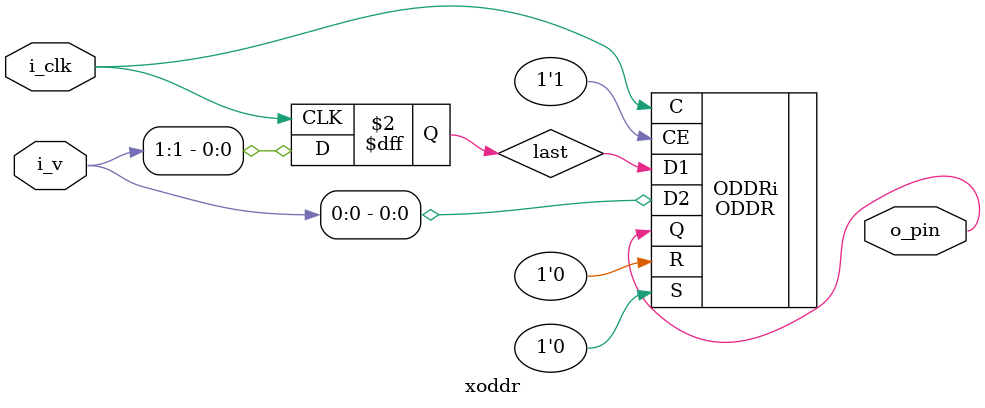
<source format=v>
`default_nettype	none
module	xoddr(i_clk, i_v, o_pin);
	input	wire		i_clk;
	input	wire	[1:0]	i_v;
	output	wire		o_pin;

	wire	w_internal;
	reg	last;

	always @(posedge i_clk)
		last <= i_v[1];

	ODDR #(
		.DDR_CLK_EDGE("SAME_EDGE"),
		.INIT(1'b0),
		.SRTYPE("SYNC")
	) ODDRi(
		.Q(o_pin),
		.C(i_clk),
		.CE(1'b1),
		.D1(last),	// Negative clock edge (goes first)
		.D2(i_v[0]),	// Positive clock edge
		.R(1'b0),
		.S(1'b0));

endmodule

</source>
